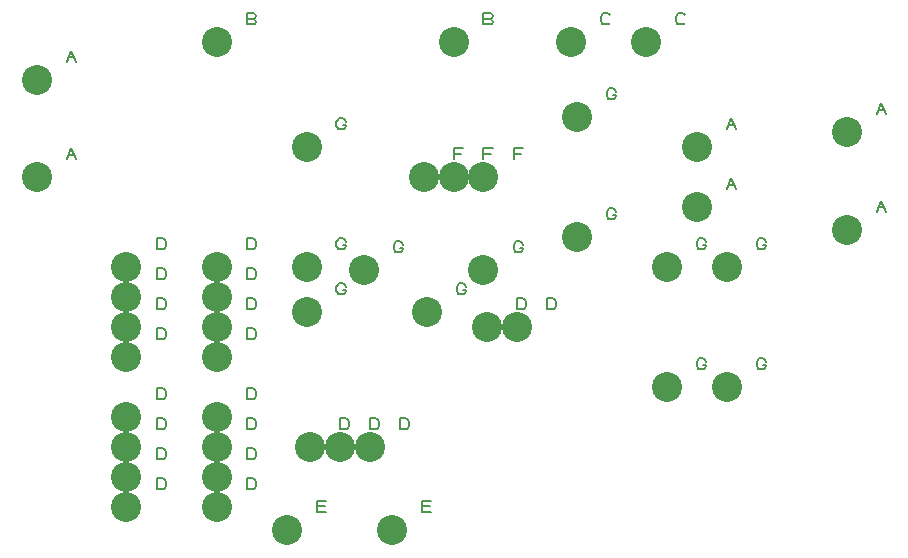
<source format=gbr>
%FSLAX23Y23*%
%MOIN*%
G04 EasyPC Gerber Version 17.0 Build 3379 *
%ADD10C,0.00500*%
%ADD18C,0.10000*%
X0Y0D02*
D02*
D10*
X303Y1462D02*
X318Y1499D01*
X334Y1462*
X309Y1478D02*
X328D01*
X303Y1787D02*
X318Y1824D01*
X334Y1787*
X309Y1803D02*
X328D01*
X603Y362D02*
Y399D01*
X621*
X627Y396*
X631Y393*
X634Y387*
Y374*
X631Y368*
X627Y365*
X621Y362*
X603*
Y462D02*
Y499D01*
X621*
X627Y496*
X631Y493*
X634Y487*
Y474*
X631Y468*
X627Y465*
X621Y462*
X603*
Y562D02*
Y599D01*
X621*
X627Y596*
X631Y593*
X634Y587*
Y574*
X631Y568*
X627Y565*
X621Y562*
X603*
Y662D02*
Y699D01*
X621*
X627Y696*
X631Y693*
X634Y687*
Y674*
X631Y668*
X627Y665*
X621Y662*
X603*
Y862D02*
Y899D01*
X621*
X627Y896*
X631Y893*
X634Y887*
Y874*
X631Y868*
X627Y865*
X621Y862*
X603*
Y962D02*
Y999D01*
X621*
X627Y996*
X631Y993*
X634Y987*
Y974*
X631Y968*
X627Y965*
X621Y962*
X603*
Y1062D02*
Y1099D01*
X621*
X627Y1096*
X631Y1093*
X634Y1087*
Y1074*
X631Y1068*
X627Y1065*
X621Y1062*
X603*
Y1162D02*
Y1199D01*
X621*
X627Y1196*
X631Y1193*
X634Y1187*
Y1174*
X631Y1168*
X627Y1165*
X621Y1162*
X603*
X903Y362D02*
Y399D01*
X921*
X928Y396*
X931Y393*
X934Y387*
Y374*
X931Y368*
X928Y365*
X921Y362*
X903*
Y462D02*
Y499D01*
X921*
X928Y496*
X931Y493*
X934Y487*
Y474*
X931Y468*
X928Y465*
X921Y462*
X903*
Y562D02*
Y599D01*
X921*
X928Y596*
X931Y593*
X934Y587*
Y574*
X931Y568*
X928Y565*
X921Y562*
X903*
Y662D02*
Y699D01*
X921*
X928Y696*
X931Y693*
X934Y687*
Y674*
X931Y668*
X928Y665*
X921Y662*
X903*
Y862D02*
Y899D01*
X921*
X928Y896*
X931Y893*
X934Y887*
Y874*
X931Y868*
X928Y865*
X921Y862*
X903*
Y962D02*
Y999D01*
X921*
X928Y996*
X931Y993*
X934Y987*
Y974*
X931Y968*
X928Y965*
X921Y962*
X903*
Y1062D02*
Y1099D01*
X921*
X928Y1096*
X931Y1093*
X934Y1087*
Y1074*
X931Y1068*
X928Y1065*
X921Y1062*
X903*
Y1162D02*
Y1199D01*
X921*
X928Y1196*
X931Y1193*
X934Y1187*
Y1174*
X931Y1168*
X928Y1165*
X921Y1162*
X903*
X924Y1931D02*
X931Y1928D01*
X934Y1921*
X931Y1915*
X924Y1912*
X903*
Y1949*
X924*
X931Y1946*
X934Y1940*
X931Y1934*
X924Y1931*
X903*
X1138Y287D02*
Y324D01*
X1169*
X1163Y306D02*
X1138D01*
Y287D02*
X1169D01*
X1224Y1028D02*
X1234D01*
Y1024*
X1231Y1018*
X1228Y1015*
X1221Y1012*
X1215*
X1209Y1015*
X1206Y1018*
X1202Y1024*
Y1037*
X1206Y1043*
X1209Y1046*
X1215Y1049*
X1221*
X1228Y1046*
X1231Y1043*
X1234Y1037*
X1224Y1178D02*
X1234D01*
Y1174*
X1231Y1168*
X1228Y1165*
X1221Y1162*
X1215*
X1209Y1165*
X1206Y1168*
X1202Y1174*
Y1187*
X1206Y1193*
X1209Y1196*
X1215Y1199*
X1221*
X1228Y1196*
X1231Y1193*
X1234Y1187*
X1224Y1578D02*
X1234D01*
Y1574*
X1231Y1568*
X1228Y1565*
X1221Y1562*
X1215*
X1209Y1565*
X1206Y1568*
X1202Y1574*
Y1587*
X1206Y1593*
X1209Y1596*
X1215Y1599*
X1221*
X1228Y1596*
X1231Y1593*
X1234Y1587*
X1213Y562D02*
Y599D01*
X1231*
X1238Y596*
X1241Y593*
X1244Y587*
Y574*
X1241Y568*
X1238Y565*
X1231Y562*
X1213*
X1313D02*
Y599D01*
X1331*
X1338Y596*
X1341Y593*
X1344Y587*
Y574*
X1341Y568*
X1338Y565*
X1331Y562*
X1313*
X1414Y1168D02*
X1424D01*
Y1164*
X1421Y1158*
X1418Y1155*
X1411Y1152*
X1405*
X1399Y1155*
X1396Y1158*
X1393Y1164*
Y1177*
X1396Y1183*
X1399Y1186*
X1405Y1189*
X1411*
X1418Y1186*
X1421Y1183*
X1424Y1177*
X1413Y562D02*
Y599D01*
X1431*
X1438Y596*
X1441Y593*
X1444Y587*
Y574*
X1441Y568*
X1438Y565*
X1431Y562*
X1413*
X1488Y287D02*
Y324D01*
X1519*
X1513Y306D02*
X1488D01*
Y287D02*
X1519D01*
X1593Y1462D02*
Y1499D01*
X1624*
X1618Y1481D02*
X1593D01*
X1624Y1028D02*
X1634D01*
Y1024*
X1631Y1018*
X1628Y1015*
X1621Y1012*
X1615*
X1609Y1015*
X1606Y1018*
X1603Y1024*
Y1037*
X1606Y1043*
X1609Y1046*
X1615Y1049*
X1621*
X1628Y1046*
X1631Y1043*
X1634Y1037*
X1692Y1462D02*
Y1499D01*
X1724*
X1718Y1481D02*
X1692D01*
X1714Y1931D02*
X1721Y1928D01*
X1724Y1921*
X1721Y1915*
X1714Y1912*
X1692*
Y1949*
X1714*
X1721Y1946*
X1724Y1940*
X1721Y1934*
X1714Y1931*
X1692*
X1814Y1168D02*
X1824D01*
Y1164*
X1821Y1158*
X1817Y1155*
X1811Y1152*
X1805*
X1799Y1155*
X1796Y1158*
X1793Y1164*
Y1177*
X1796Y1183*
X1799Y1186*
X1805Y1189*
X1811*
X1817Y1186*
X1821Y1183*
X1824Y1177*
X1793Y1462D02*
Y1499D01*
X1824*
X1817Y1481D02*
X1793D01*
X1803Y962D02*
Y999D01*
X1821*
X1828Y996*
X1831Y993*
X1834Y987*
Y974*
X1831Y968*
X1828Y965*
X1821Y962*
X1803*
X1903D02*
Y999D01*
X1921*
X1928Y996*
X1931Y993*
X1934Y987*
Y974*
X1931Y968*
X1928Y965*
X1921Y962*
X1903*
X2114Y1918D02*
X2111Y1915D01*
X2104Y1912*
X2095*
X2089Y1915*
X2086Y1918*
X2083Y1924*
Y1937*
X2086Y1943*
X2089Y1946*
X2095Y1949*
X2104*
X2111Y1946*
X2114Y1943*
X2124Y1278D02*
X2134D01*
Y1274*
X2131Y1268*
X2128Y1265*
X2121Y1262*
X2115*
X2109Y1265*
X2106Y1268*
X2103Y1274*
Y1287*
X2106Y1293*
X2109Y1296*
X2115Y1299*
X2121*
X2128Y1296*
X2131Y1293*
X2134Y1287*
X2124Y1678D02*
X2134D01*
Y1674*
X2131Y1668*
X2128Y1665*
X2121Y1662*
X2115*
X2109Y1665*
X2106Y1668*
X2103Y1674*
Y1687*
X2106Y1693*
X2109Y1696*
X2115Y1699*
X2121*
X2128Y1696*
X2131Y1693*
X2134Y1687*
X2364Y1918D02*
X2361Y1915D01*
X2354Y1912*
X2345*
X2339Y1915*
X2336Y1918*
X2333Y1924*
Y1937*
X2336Y1943*
X2339Y1946*
X2345Y1949*
X2354*
X2361Y1946*
X2364Y1943*
X2424Y778D02*
X2434D01*
Y774*
X2431Y768*
X2428Y765*
X2421Y762*
X2415*
X2409Y765*
X2406Y768*
X2403Y774*
Y787*
X2406Y793*
X2409Y796*
X2415Y799*
X2421*
X2428Y796*
X2431Y793*
X2434Y787*
X2424Y1178D02*
X2434D01*
Y1174*
X2431Y1168*
X2428Y1165*
X2421Y1162*
X2415*
X2409Y1165*
X2406Y1168*
X2403Y1174*
Y1187*
X2406Y1193*
X2409Y1196*
X2415Y1199*
X2421*
X2428Y1196*
X2431Y1193*
X2434Y1187*
X2503Y1362D02*
X2518Y1399D01*
X2534Y1362*
X2509Y1378D02*
X2528D01*
X2503Y1562D02*
X2518Y1599D01*
X2534Y1562*
X2509Y1578D02*
X2528D01*
X2624Y778D02*
X2634D01*
Y774*
X2631Y768*
X2628Y765*
X2621Y762*
X2615*
X2609Y765*
X2606Y768*
X2603Y774*
Y787*
X2606Y793*
X2609Y796*
X2615Y799*
X2621*
X2628Y796*
X2631Y793*
X2634Y787*
X2624Y1178D02*
X2634D01*
Y1174*
X2631Y1168*
X2628Y1165*
X2621Y1162*
X2615*
X2609Y1165*
X2606Y1168*
X2603Y1174*
Y1187*
X2606Y1193*
X2609Y1196*
X2615Y1199*
X2621*
X2628Y1196*
X2631Y1193*
X2634Y1187*
X3003Y1287D02*
X3018Y1324D01*
X3034Y1287*
X3009Y1303D02*
X3028D01*
X3003Y1612D02*
X3018Y1649D01*
X3034Y1612*
X3009Y1628D02*
X3028D01*
D02*
D18*
X203Y1403D03*
Y1728D03*
X502Y303D03*
Y403D03*
Y502D03*
Y603D03*
Y803D03*
Y903D03*
Y1002D03*
Y1103D03*
X803Y303D03*
Y403D03*
Y502D03*
Y603D03*
Y803D03*
Y903D03*
Y1002D03*
Y1103D03*
Y1853D03*
X1038Y228D03*
X1103Y953D03*
Y1103D03*
Y1503D03*
X1113Y502D03*
X1213D03*
X1293Y1093D03*
X1313Y502D03*
X1388Y228D03*
X1493Y1403D03*
X1503Y953D03*
X1593Y1403D03*
Y1853D03*
X1692Y1093D03*
Y1403D03*
X1703Y903D03*
X1803D03*
X1983Y1853D03*
X2003Y1202D03*
Y1603D03*
X2233Y1853D03*
X2303Y703D03*
Y1103D03*
X2403Y1303D03*
Y1503D03*
X2503Y703D03*
Y1103D03*
X2903Y1228D03*
Y1553D03*
X0Y0D02*
M02*

</source>
